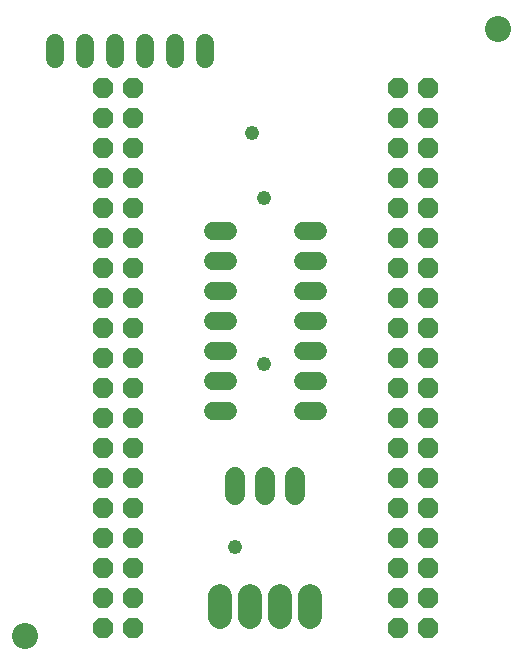
<source format=gbr>
G04 EAGLE Gerber RS-274X export*
G75*
%MOMM*%
%FSLAX34Y34*%
%LPD*%
%INSoldermask Top*%
%IPPOS*%
%AMOC8*
5,1,8,0,0,1.08239X$1,22.5*%
G01*
%ADD10C,2.203200*%
%ADD11P,1.869504X8X292.500000*%
%ADD12C,1.524000*%
%ADD13C,1.727200*%
%ADD14C,2.003200*%
%ADD15C,1.219200*%


D10*
X577850Y628650D03*
X177800Y114300D03*
D11*
X243300Y578050D03*
X268700Y578050D03*
X243300Y552650D03*
X268700Y552650D03*
X243300Y527250D03*
X268700Y527250D03*
X243300Y501850D03*
X268700Y501850D03*
X243300Y476450D03*
X268700Y476450D03*
X243300Y451050D03*
X268700Y451050D03*
X243300Y425650D03*
X268700Y425650D03*
X243300Y400250D03*
X268700Y400250D03*
X243300Y374850D03*
X268700Y374850D03*
X243300Y349450D03*
X268700Y349450D03*
X243300Y324050D03*
X268700Y324050D03*
X243300Y298650D03*
X268700Y298650D03*
X243300Y273250D03*
X268700Y273250D03*
X243300Y247850D03*
X268700Y247850D03*
X243300Y222450D03*
X268700Y222450D03*
X243300Y197050D03*
X268700Y197050D03*
X243300Y171650D03*
X268700Y171650D03*
X243300Y146250D03*
X268700Y146250D03*
X243300Y120850D03*
X268700Y120850D03*
X493300Y578050D03*
X518700Y578050D03*
X493300Y552650D03*
X518700Y552650D03*
X493300Y527250D03*
X518700Y527250D03*
X493300Y501850D03*
X518700Y501850D03*
X493300Y476450D03*
X518700Y476450D03*
X493300Y451050D03*
X518700Y451050D03*
X493300Y425650D03*
X518700Y425650D03*
X493300Y400250D03*
X518700Y400250D03*
X493300Y374850D03*
X518700Y374850D03*
X493300Y349450D03*
X518700Y349450D03*
X493300Y324050D03*
X518700Y324050D03*
X493300Y298650D03*
X518700Y298650D03*
X493300Y273250D03*
X518700Y273250D03*
X493300Y247850D03*
X518700Y247850D03*
X493300Y222450D03*
X518700Y222450D03*
X493300Y197050D03*
X518700Y197050D03*
X493300Y171650D03*
X518700Y171650D03*
X493300Y146250D03*
X518700Y146250D03*
X493300Y120850D03*
X518700Y120850D03*
D12*
X203200Y602996D02*
X203200Y616204D01*
X228600Y616204D02*
X228600Y602996D01*
X254000Y602996D02*
X254000Y616204D01*
X279400Y616204D02*
X279400Y602996D01*
X304800Y602996D02*
X304800Y616204D01*
X330200Y616204D02*
X330200Y602996D01*
X412496Y304800D02*
X425704Y304800D01*
X425704Y330200D02*
X412496Y330200D01*
X412496Y457200D02*
X425704Y457200D01*
X349504Y457200D02*
X336296Y457200D01*
X412496Y355600D02*
X425704Y355600D01*
X425704Y381000D02*
X412496Y381000D01*
X412496Y431800D02*
X425704Y431800D01*
X425704Y406400D02*
X412496Y406400D01*
X349504Y431800D02*
X336296Y431800D01*
X336296Y406400D02*
X349504Y406400D01*
X349504Y381000D02*
X336296Y381000D01*
X336296Y355600D02*
X349504Y355600D01*
X349504Y330200D02*
X336296Y330200D01*
X336296Y304800D02*
X349504Y304800D01*
D13*
X355600Y248920D02*
X355600Y233680D01*
X381000Y233680D02*
X381000Y248920D01*
X406400Y248920D02*
X406400Y233680D01*
D14*
X342900Y148700D02*
X342900Y130700D01*
X368300Y130700D02*
X368300Y148700D01*
X393700Y148700D02*
X393700Y130700D01*
X419100Y130700D02*
X419100Y148700D01*
D15*
X380000Y485000D03*
X355000Y190000D03*
X370000Y540000D03*
X380000Y345000D03*
M02*

</source>
